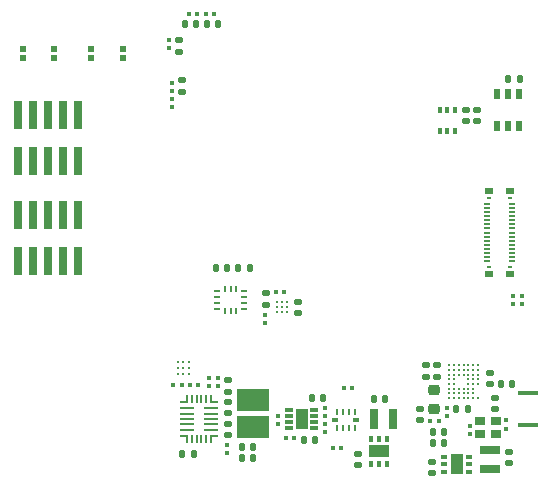
<source format=gtp>
G04 #@! TF.GenerationSoftware,KiCad,Pcbnew,7.0.9*
G04 #@! TF.CreationDate,2024-02-17T17:22:41+01:00*
G04 #@! TF.ProjectId,armband,61726d62-616e-4642-9e6b-696361645f70,rev?*
G04 #@! TF.SameCoordinates,Original*
G04 #@! TF.FileFunction,Paste,Top*
G04 #@! TF.FilePolarity,Positive*
%FSLAX46Y46*%
G04 Gerber Fmt 4.6, Leading zero omitted, Abs format (unit mm)*
G04 Created by KiCad (PCBNEW 7.0.9) date 2024-02-17 17:22:41*
%MOMM*%
%LPD*%
G01*
G04 APERTURE LIST*
G04 Aperture macros list*
%AMRoundRect*
0 Rectangle with rounded corners*
0 $1 Rounding radius*
0 $2 $3 $4 $5 $6 $7 $8 $9 X,Y pos of 4 corners*
0 Add a 4 corners polygon primitive as box body*
4,1,4,$2,$3,$4,$5,$6,$7,$8,$9,$2,$3,0*
0 Add four circle primitives for the rounded corners*
1,1,$1+$1,$2,$3*
1,1,$1+$1,$4,$5*
1,1,$1+$1,$6,$7*
1,1,$1+$1,$8,$9*
0 Add four rect primitives between the rounded corners*
20,1,$1+$1,$2,$3,$4,$5,0*
20,1,$1+$1,$4,$5,$6,$7,0*
20,1,$1+$1,$6,$7,$8,$9,0*
20,1,$1+$1,$8,$9,$2,$3,0*%
G04 Aperture macros list end*
%ADD10RoundRect,0.140000X0.170000X-0.140000X0.170000X0.140000X-0.170000X0.140000X-0.170000X-0.140000X0*%
%ADD11RoundRect,0.140000X-0.170000X0.140000X-0.170000X-0.140000X0.170000X-0.140000X0.170000X0.140000X0*%
%ADD12R,1.700000X0.400000*%
%ADD13RoundRect,0.079500X-0.100500X0.079500X-0.100500X-0.079500X0.100500X-0.079500X0.100500X0.079500X0*%
%ADD14R,0.250000X0.550000*%
%ADD15R,0.200000X0.550000*%
%ADD16R,0.600000X0.300000*%
%ADD17RoundRect,0.140000X-0.140000X-0.170000X0.140000X-0.170000X0.140000X0.170000X-0.140000X0.170000X0*%
%ADD18RoundRect,0.079500X0.079500X0.100500X-0.079500X0.100500X-0.079500X-0.100500X0.079500X-0.100500X0*%
%ADD19RoundRect,0.079500X0.100500X-0.079500X0.100500X0.079500X-0.100500X0.079500X-0.100500X-0.079500X0*%
%ADD20RoundRect,0.079500X-0.079500X-0.100500X0.079500X-0.100500X0.079500X0.100500X-0.079500X0.100500X0*%
%ADD21R,0.550000X0.550000*%
%ADD22RoundRect,0.218750X0.256250X-0.218750X0.256250X0.218750X-0.256250X0.218750X-0.256250X-0.218750X0*%
%ADD23R,1.800000X0.800000*%
%ADD24R,0.600000X0.350000*%
%ADD25R,1.100000X1.700000*%
%ADD26R,0.700000X0.300000*%
%ADD27R,1.000000X1.700000*%
%ADD28R,0.760000X2.400000*%
%ADD29RoundRect,0.140000X0.140000X0.170000X-0.140000X0.170000X-0.140000X-0.170000X0.140000X-0.170000X0*%
%ADD30R,1.200000X0.200000*%
%ADD31R,0.700000X0.200000*%
%ADD32R,0.200000X0.500000*%
%ADD33R,0.200000X0.700000*%
%ADD34C,0.290000*%
%ADD35R,0.900000X0.800000*%
%ADD36R,0.475000X0.250000*%
%ADD37R,0.250000X0.475000*%
%ADD38R,0.550000X0.900000*%
%ADD39R,0.350000X0.600000*%
%ADD40R,1.700000X1.100000*%
%ADD41R,0.800000X1.800000*%
%ADD42R,0.500000X0.200000*%
%ADD43R,0.380000X0.280000*%
%ADD44R,0.730000X0.600000*%
%ADD45RoundRect,0.147500X0.147500X0.172500X-0.147500X0.172500X-0.147500X-0.172500X0.147500X-0.172500X0*%
%ADD46R,2.800000X1.850000*%
%ADD47C,0.250000*%
%ADD48C,0.269000*%
%ADD49R,0.300000X0.550000*%
G04 APERTURE END LIST*
D10*
X135100000Y-73010000D03*
X135100000Y-72050000D03*
D11*
X151984800Y-56540000D03*
X151984800Y-57500000D03*
D12*
X157264114Y-80465000D03*
X157264114Y-83215000D03*
D13*
X155400000Y-82820000D03*
X155400000Y-83510000D03*
D14*
X141099998Y-83472500D03*
D15*
X141599998Y-83472500D03*
X142099998Y-83472500D03*
D14*
X142599998Y-83472500D03*
D16*
X142749998Y-82797500D03*
D14*
X142599998Y-82122500D03*
D15*
X142099998Y-82122500D03*
X141599998Y-82122500D03*
D14*
X141099998Y-82122500D03*
D16*
X140949998Y-82797500D03*
D17*
X144225998Y-81046500D03*
X145185998Y-81046500D03*
X130870000Y-69900000D03*
X131830000Y-69900000D03*
D18*
X130657600Y-48412400D03*
X129967600Y-48412400D03*
X129350000Y-79847500D03*
X128660000Y-79847500D03*
D19*
X135000000Y-74545000D03*
X135000000Y-73855000D03*
D20*
X128534600Y-48412400D03*
X129224600Y-48412400D03*
D21*
X120300000Y-51350000D03*
X120300000Y-52100000D03*
X122950000Y-51350000D03*
X122950000Y-52100000D03*
D11*
X152950000Y-56540000D03*
X152950000Y-57500000D03*
D22*
X149300000Y-81832500D03*
X149300000Y-80257500D03*
D11*
X149170000Y-86320000D03*
X149170000Y-87280000D03*
D19*
X126847600Y-51325400D03*
X126847600Y-50635400D03*
D13*
X127101600Y-55636600D03*
X127101600Y-56326600D03*
D10*
X154039114Y-79755000D03*
X154039114Y-78795000D03*
D23*
X154025000Y-85350000D03*
X154025000Y-86950000D03*
D11*
X137800000Y-72800000D03*
X137800000Y-73760000D03*
D19*
X152400000Y-83985000D03*
X152400000Y-83295000D03*
D24*
X152300000Y-87200000D03*
X152300000Y-86550000D03*
X152300000Y-85900000D03*
X150200000Y-85900000D03*
X150200000Y-86550000D03*
X150200000Y-87200000D03*
D25*
X151250000Y-86550000D03*
D18*
X142345000Y-80100000D03*
X141655000Y-80100000D03*
D26*
X139154998Y-83447500D03*
X139154998Y-82947500D03*
X139154998Y-82447500D03*
X139154998Y-81947500D03*
X137054998Y-81947500D03*
X137054998Y-82447500D03*
X137054998Y-82947500D03*
X137054998Y-83447500D03*
D27*
X138104998Y-82697500D03*
D13*
X150400000Y-81775000D03*
X150400000Y-82465000D03*
D20*
X156035000Y-73000000D03*
X156725000Y-73000000D03*
D28*
X119150000Y-57000000D03*
X119150000Y-60900000D03*
X117880000Y-57000000D03*
X117880000Y-60900000D03*
X116610000Y-57000000D03*
X116610000Y-60900000D03*
X115340000Y-57000000D03*
X115340000Y-60900000D03*
X114070000Y-57000000D03*
X114070000Y-60900000D03*
D11*
X148100000Y-81852500D03*
X148100000Y-82812500D03*
D19*
X127101600Y-54904200D03*
X127101600Y-54214200D03*
D21*
X114525000Y-51350000D03*
X114525000Y-52100000D03*
X117175000Y-51350000D03*
X117175000Y-52100000D03*
D10*
X131850000Y-80377500D03*
X131850000Y-79417500D03*
D29*
X128980000Y-85700000D03*
X128020000Y-85700000D03*
D17*
X130076000Y-49276000D03*
X131036000Y-49276000D03*
D30*
X130423800Y-83597500D03*
X130423800Y-83147500D03*
X130423800Y-82697500D03*
X130423800Y-82247500D03*
X130423800Y-81797500D03*
D31*
X130673800Y-81247500D03*
D32*
X130423800Y-80897500D03*
D33*
X130023800Y-80997500D03*
X129623800Y-80997500D03*
X129223800Y-80997500D03*
X128823800Y-80997500D03*
D32*
X128423800Y-80897500D03*
D31*
X128173800Y-81247500D03*
D30*
X128423800Y-81797500D03*
X128423800Y-82247500D03*
X128423800Y-82697500D03*
X128423800Y-83147500D03*
X128423800Y-83597500D03*
D32*
X128423800Y-84497500D03*
D31*
X128173800Y-84147500D03*
D33*
X128823800Y-84397500D03*
X129223800Y-84397500D03*
X129623800Y-84397500D03*
X130023800Y-84397500D03*
D31*
X130673800Y-84147500D03*
D32*
X130423800Y-84497500D03*
D34*
X127600000Y-77897500D03*
X128100000Y-77897500D03*
X128600000Y-77897500D03*
X127600000Y-78397500D03*
X128100000Y-78397500D03*
X128600000Y-78397500D03*
X127600000Y-78897500D03*
X128100000Y-78897500D03*
X128600000Y-78897500D03*
D11*
X155675000Y-85495000D03*
X155675000Y-86455000D03*
D19*
X136094998Y-83142500D03*
X136094998Y-82452500D03*
D13*
X140104998Y-81752500D03*
X140104998Y-82442500D03*
D35*
X153200000Y-83950000D03*
X154600000Y-83950000D03*
X154600000Y-82850000D03*
X153200000Y-82850000D03*
D29*
X133980000Y-85997500D03*
X133020000Y-85997500D03*
X150180000Y-83800000D03*
X149220000Y-83800000D03*
D20*
X156035000Y-72300000D03*
X156725000Y-72300000D03*
D36*
X133250000Y-73400000D03*
X133250000Y-72900000D03*
X133250000Y-72400000D03*
X133250000Y-71900000D03*
D37*
X132587000Y-71737000D03*
X132087000Y-71737000D03*
X131587000Y-71737000D03*
D36*
X130924000Y-71900000D03*
X130924000Y-72400000D03*
X130924000Y-72900000D03*
X130924000Y-73400000D03*
D37*
X131587000Y-73563000D03*
X132087000Y-73563000D03*
X132587000Y-73563000D03*
D29*
X139234998Y-84497500D03*
X138274998Y-84497500D03*
D18*
X136645000Y-71980000D03*
X135955000Y-71980000D03*
D29*
X156580000Y-53950000D03*
X155620000Y-53950000D03*
X129156400Y-49276000D03*
X128196400Y-49276000D03*
D13*
X140104998Y-83152500D03*
X140104998Y-83842500D03*
D18*
X127945000Y-79847500D03*
X127255000Y-79847500D03*
D38*
X154650000Y-57900000D03*
X155600000Y-57900000D03*
X156550000Y-57900000D03*
X156550000Y-55200000D03*
X155600000Y-55200000D03*
X154650000Y-55200000D03*
D39*
X145299998Y-84397500D03*
X144649998Y-84397500D03*
X143999998Y-84397500D03*
X143999998Y-86497500D03*
X144649998Y-86497500D03*
X145299998Y-86497500D03*
D40*
X144649998Y-85447500D03*
D19*
X131000000Y-79892500D03*
X131000000Y-79202500D03*
D20*
X136789998Y-84347500D03*
X137479998Y-84347500D03*
D29*
X150185000Y-84750000D03*
X149225000Y-84750000D03*
D41*
X144208198Y-82697500D03*
X145808198Y-82697500D03*
D10*
X127711200Y-51612800D03*
X127711200Y-50652800D03*
D18*
X149695000Y-82895000D03*
X149005000Y-82895000D03*
D10*
X148625000Y-79120000D03*
X148625000Y-78160000D03*
D42*
X155932587Y-69365000D03*
D43*
X153982587Y-64030000D03*
D44*
X153997587Y-63440000D03*
X155767587Y-63440000D03*
D43*
X155782587Y-64030000D03*
D42*
X155932587Y-69015000D03*
X155932587Y-68665000D03*
X155932587Y-68315000D03*
X155932587Y-67965000D03*
X155932587Y-67615000D03*
X155932587Y-67265000D03*
X155932587Y-66915000D03*
X155932587Y-66565000D03*
X155932587Y-66215000D03*
X155932587Y-65865000D03*
X155932587Y-65515000D03*
X155932587Y-65165000D03*
X155932587Y-64815000D03*
X155932587Y-64465000D03*
X153832587Y-64465000D03*
X153832587Y-64815000D03*
X153832587Y-65165000D03*
X153832587Y-65515000D03*
X153832587Y-65865000D03*
X153832587Y-66215000D03*
X153832587Y-66565000D03*
X153832587Y-66915000D03*
X153832587Y-67265000D03*
X153832587Y-67615000D03*
X153832587Y-67965000D03*
X153832587Y-68315000D03*
X153832587Y-68665000D03*
X153832587Y-69015000D03*
X153832587Y-69365000D03*
D43*
X153982587Y-69800000D03*
D44*
X153997587Y-70390000D03*
X155767587Y-70390000D03*
D43*
X155782587Y-69800000D03*
D45*
X155924114Y-79700000D03*
X154954114Y-79700000D03*
D10*
X154500000Y-81855000D03*
X154500000Y-80895000D03*
D29*
X152155000Y-81895000D03*
X151195000Y-81895000D03*
X139934998Y-80897500D03*
X138974998Y-80897500D03*
D10*
X131850000Y-82227500D03*
X131850000Y-81267500D03*
D46*
X134000000Y-81097500D03*
X134000000Y-83397500D03*
D47*
X153012114Y-80939052D03*
X152612114Y-80939052D03*
X152212114Y-80939052D03*
X151812114Y-80939052D03*
X151412114Y-80939052D03*
X151012114Y-80939052D03*
X150612114Y-80939052D03*
X152612114Y-80539052D03*
X152212114Y-80539052D03*
X151812114Y-80539052D03*
X151412114Y-80539052D03*
X151012114Y-80539052D03*
X150612114Y-80539052D03*
X152612114Y-80139052D03*
X152212114Y-80139052D03*
X151812114Y-80139052D03*
X151412114Y-80139052D03*
X151012114Y-80139052D03*
X150612114Y-80139052D03*
X153012114Y-79739052D03*
X152612114Y-79739052D03*
X152212114Y-79739052D03*
X151012114Y-79739052D03*
X150612114Y-79739052D03*
X153012114Y-79339052D03*
X152612114Y-79339052D03*
X152212114Y-79339052D03*
X151012114Y-79339052D03*
X150612114Y-79339052D03*
X153012114Y-78939052D03*
X152612114Y-78939052D03*
X152212114Y-78939052D03*
X151812114Y-78939052D03*
X151412114Y-78939052D03*
X151012114Y-78939052D03*
X150612114Y-78939052D03*
X153012114Y-78539052D03*
X152612114Y-78539052D03*
X152212114Y-78539052D03*
X151812114Y-78539052D03*
X151412114Y-78539052D03*
X151012114Y-78539052D03*
X150612114Y-78539052D03*
X153012114Y-78139052D03*
X152612114Y-78139052D03*
X152212114Y-78139052D03*
X151812114Y-78139052D03*
X151412114Y-78139052D03*
X151012114Y-78139052D03*
X150612114Y-78139052D03*
D48*
X136850000Y-73630000D03*
X136450000Y-73630000D03*
X136050000Y-73630000D03*
X136850000Y-73230000D03*
X136450000Y-73230000D03*
X136050000Y-73230000D03*
X136850000Y-72830000D03*
X136450000Y-72830000D03*
X136050000Y-72830000D03*
D29*
X133710000Y-69900000D03*
X132750000Y-69900000D03*
D10*
X127965200Y-54988400D03*
X127965200Y-54028400D03*
D20*
X140780000Y-85175000D03*
X141470000Y-85175000D03*
D49*
X149800000Y-58325000D03*
X150450000Y-58325000D03*
X151100000Y-58325000D03*
X151100000Y-56575000D03*
X150450000Y-56575000D03*
X149800000Y-56575000D03*
D11*
X131850000Y-83117500D03*
X131850000Y-84077500D03*
D13*
X131750000Y-84897500D03*
X131750000Y-85587500D03*
D29*
X133980000Y-85047500D03*
X133020000Y-85047500D03*
D10*
X142849998Y-86627500D03*
X142849998Y-85667500D03*
X149550000Y-79120000D03*
X149550000Y-78160000D03*
D13*
X130300000Y-79202500D03*
X130300000Y-79892500D03*
D28*
X119140000Y-65450000D03*
X119140000Y-69350000D03*
X117870000Y-65450000D03*
X117870000Y-69350000D03*
X116600000Y-65450000D03*
X116600000Y-69350000D03*
X115330000Y-65450000D03*
X115330000Y-69350000D03*
X114060000Y-65450000D03*
X114060000Y-69350000D03*
M02*

</source>
